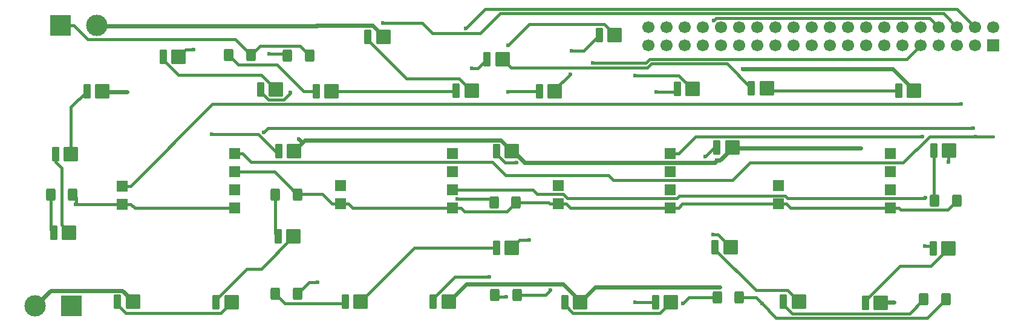
<source format=gbr>
%TF.GenerationSoftware,KiCad,Pcbnew,9.0.2*%
%TF.CreationDate,2025-07-16T22:26:27+02:00*%
%TF.ProjectId,flt-ctl-fo,666c742d-6374-46c2-9d66-6f2e6b696361,rev?*%
%TF.SameCoordinates,Original*%
%TF.FileFunction,Copper,L1,Top*%
%TF.FilePolarity,Positive*%
%FSLAX46Y46*%
G04 Gerber Fmt 4.6, Leading zero omitted, Abs format (unit mm)*
G04 Created by KiCad (PCBNEW 9.0.2) date 2025-07-16 22:26:27*
%MOMM*%
%LPD*%
G01*
G04 APERTURE LIST*
G04 Aperture macros list*
%AMRoundRect*
0 Rectangle with rounded corners*
0 $1 Rounding radius*
0 $2 $3 $4 $5 $6 $7 $8 $9 X,Y pos of 4 corners*
0 Add a 4 corners polygon primitive as box body*
4,1,4,$2,$3,$4,$5,$6,$7,$8,$9,$2,$3,0*
0 Add four circle primitives for the rounded corners*
1,1,$1+$1,$2,$3*
1,1,$1+$1,$4,$5*
1,1,$1+$1,$6,$7*
1,1,$1+$1,$8,$9*
0 Add four rect primitives between the rounded corners*
20,1,$1+$1,$2,$3,$4,$5,0*
20,1,$1+$1,$4,$5,$6,$7,0*
20,1,$1+$1,$6,$7,$8,$9,0*
20,1,$1+$1,$8,$9,$2,$3,0*%
G04 Aperture macros list end*
%TA.AperFunction,ComponentPad*%
%ADD10R,3.000000X3.000000*%
%TD*%
%TA.AperFunction,ComponentPad*%
%ADD11C,3.000000*%
%TD*%
%TA.AperFunction,SMDPad,CuDef*%
%ADD12RoundRect,0.165000X-0.385000X-0.885000X0.385000X-0.885000X0.385000X0.885000X-0.385000X0.885000X0*%
%TD*%
%TA.AperFunction,SMDPad,CuDef*%
%ADD13RoundRect,0.315000X-0.735000X-0.735000X0.735000X-0.735000X0.735000X0.735000X-0.735000X0.735000X0*%
%TD*%
%TA.AperFunction,SMDPad,CuDef*%
%ADD14RoundRect,0.250000X-0.400000X-0.625000X0.400000X-0.625000X0.400000X0.625000X-0.400000X0.625000X0*%
%TD*%
%TA.AperFunction,ComponentPad*%
%ADD15R,1.500000X1.500000*%
%TD*%
%TA.AperFunction,ComponentPad*%
%ADD16R,1.700000X1.700000*%
%TD*%
%TA.AperFunction,ComponentPad*%
%ADD17C,1.700000*%
%TD*%
%TA.AperFunction,ViaPad*%
%ADD18C,0.600000*%
%TD*%
%TA.AperFunction,Conductor*%
%ADD19C,0.400000*%
%TD*%
%TA.AperFunction,Conductor*%
%ADD20C,0.600000*%
%TD*%
G04 APERTURE END LIST*
D10*
%TO.P,J3,1,Pin_1*%
%TO.N,GND*%
X84540000Y-119600000D03*
D11*
%TO.P,J3,2,Pin_2*%
%TO.N,+12V*%
X79460000Y-119600000D03*
%TD*%
D12*
%TO.P,D2,1,K*%
%TO.N,Net-(D2-K)*%
X82335000Y-98300000D03*
D13*
%TO.P,D2,2,A*%
%TO.N,Net-(D1-K)*%
X84485000Y-98300000D03*
%TD*%
D12*
%TO.P,D19,1,K*%
%TO.N,Net-(D19-K)*%
X153610000Y-119050000D03*
D13*
%TO.P,D19,2,A*%
%TO.N,+12V*%
X155760000Y-119050000D03*
%TD*%
D14*
%TO.P,R8,1*%
%TO.N,Net-(D24-K)*%
X203825000Y-118650000D03*
%TO.P,R8,2*%
%TO.N,GND*%
X206925000Y-118650000D03*
%TD*%
D12*
%TO.P,D13,1,K*%
%TO.N,Net-(D13-K)*%
X144035000Y-97925000D03*
D13*
%TO.P,D13,2,A*%
%TO.N,+12V*%
X146185000Y-97925000D03*
%TD*%
D12*
%TO.P,D21,1,K*%
%TO.N,Net-(D21-K)*%
X169360000Y-89200000D03*
D13*
%TO.P,D21,2,A*%
%TO.N,Net-(D20-K)*%
X171510000Y-89200000D03*
%TD*%
D14*
%TO.P,R6,1*%
%TO.N,Net-(D18-K)*%
X143825000Y-118025000D03*
%TO.P,R6,2*%
%TO.N,GND*%
X146925000Y-118025000D03*
%TD*%
D12*
%TO.P,D22,1,K*%
%TO.N,Net-(D22-K)*%
X174910000Y-97350000D03*
D13*
%TO.P,D22,2,A*%
%TO.N,+12V*%
X177060000Y-97350000D03*
%TD*%
D12*
%TO.P,D30,1,K*%
%TO.N,Net-(D30-K)*%
X142735000Y-85050000D03*
D13*
%TO.P,D30,2,A*%
%TO.N,Net-(D29-K)*%
X144885000Y-85050000D03*
%TD*%
D12*
%TO.P,D8,1,K*%
%TO.N,Net-(D8-K)*%
X97385000Y-84675000D03*
D13*
%TO.P,D8,2,A*%
%TO.N,Net-(D7-K)*%
X99535000Y-84675000D03*
%TD*%
D12*
%TO.P,D16,1,K*%
%TO.N,Net-(D16-K)*%
X135185000Y-119000000D03*
D13*
%TO.P,D16,2,A*%
%TO.N,+12V*%
X137335000Y-119000000D03*
%TD*%
D12*
%TO.P,D7,1,K*%
%TO.N,Net-(D7-K)*%
X113585000Y-97875000D03*
D13*
%TO.P,D7,2,A*%
%TO.N,+12V*%
X115735000Y-97875000D03*
%TD*%
D14*
%TO.P,R2,1*%
%TO.N,Net-(D6-K)*%
X113075000Y-103975000D03*
%TO.P,R2,2*%
%TO.N,GND*%
X116175000Y-103975000D03*
%TD*%
D15*
%TO.P,KR1,1,+5V_TOP_LED*%
%TO.N,Net-(J2-Pin_1)*%
X107375000Y-98275000D03*
%TO.P,KR1,2,GND_TOP_LED*%
%TO.N,GND*%
X107375000Y-100815000D03*
%TO.P,KR1,3,+5V_BOTTOM_LED*%
%TO.N,Net-(J2-Pin_2)*%
X107375000Y-103355000D03*
%TO.P,KR1,4,GND_BOTTOM_LED*%
%TO.N,GND*%
X107375000Y-105895000D03*
%TO.P,KR1,5,SW_IN*%
%TO.N,Net-(J2-Pin_3)*%
X91675000Y-102775000D03*
%TO.P,KR1,6,SW_OUT*%
%TO.N,GND*%
X91675000Y-105315000D03*
%TD*%
D12*
%TO.P,D18,1,K*%
%TO.N,Net-(D18-K)*%
X150075000Y-89475000D03*
D13*
%TO.P,D18,2,A*%
%TO.N,Net-(D17-K)*%
X152225000Y-89475000D03*
%TD*%
D12*
%TO.P,D27,1,K*%
%TO.N,Net-(D27-K)*%
X205260000Y-97825000D03*
D13*
%TO.P,D27,2,A*%
%TO.N,Net-(D26-K)*%
X207410000Y-97825000D03*
%TD*%
D12*
%TO.P,D29,1,K*%
%TO.N,Net-(D29-K)*%
X179725000Y-89075000D03*
D13*
%TO.P,D29,2,A*%
%TO.N,Net-(D28-K)*%
X181875000Y-89075000D03*
%TD*%
D12*
%TO.P,D28,1,K*%
%TO.N,Net-(D28-K)*%
X200360000Y-89450000D03*
D13*
%TO.P,D28,2,A*%
%TO.N,+12V*%
X202510000Y-89450000D03*
%TD*%
D14*
%TO.P,R3,1*%
%TO.N,Net-(D9-K)*%
X114800000Y-84475000D03*
%TO.P,R3,2*%
%TO.N,GND*%
X117900000Y-84475000D03*
%TD*%
%TO.P,R4,1*%
%TO.N,Net-(D12-K)*%
X106575000Y-84400000D03*
%TO.P,R4,2*%
%TO.N,GND*%
X109675000Y-84400000D03*
%TD*%
D12*
%TO.P,D23,1,K*%
%TO.N,Net-(D23-K)*%
X174660000Y-111325000D03*
D13*
%TO.P,D23,2,A*%
%TO.N,Net-(D22-K)*%
X176810000Y-111325000D03*
%TD*%
D12*
%TO.P,D17,1,K*%
%TO.N,Net-(D17-K)*%
X158460000Y-81625000D03*
D13*
%TO.P,D17,2,A*%
%TO.N,Net-(D16-K)*%
X160610000Y-81625000D03*
%TD*%
D12*
%TO.P,D9,1,K*%
%TO.N,Net-(D9-K)*%
X111010000Y-89275000D03*
D13*
%TO.P,D9,2,A*%
%TO.N,Net-(D8-K)*%
X113160000Y-89275000D03*
%TD*%
D12*
%TO.P,D12,1,K*%
%TO.N,Net-(D12-K)*%
X118810000Y-89475000D03*
D13*
%TO.P,D12,2,A*%
%TO.N,Net-(D11-K)*%
X120960000Y-89475000D03*
%TD*%
D14*
%TO.P,R5,1*%
%TO.N,Net-(D15-K)*%
X113075000Y-117900000D03*
%TO.P,R5,2*%
%TO.N,GND*%
X116175000Y-117900000D03*
%TD*%
D15*
%TO.P,KR4,1,+5V_TOP_LED*%
%TO.N,Net-(J2-Pin_10)*%
X199200000Y-98250000D03*
%TO.P,KR4,2,GND_TOP_LED*%
%TO.N,GND*%
X199200000Y-100790000D03*
%TO.P,KR4,3,+5V_BOTTOM_LED*%
%TO.N,Net-(J2-Pin_11)*%
X199200000Y-103330000D03*
%TO.P,KR4,4,GND_BOTTOM_LED*%
%TO.N,GND*%
X199200000Y-105870000D03*
%TO.P,KR4,5,SW_IN*%
%TO.N,Net-(J2-Pin_12)*%
X183500000Y-102750000D03*
%TO.P,KR4,6,SW_OUT*%
%TO.N,GND*%
X183500000Y-105290000D03*
%TD*%
D12*
%TO.P,D10,1,K*%
%TO.N,Net-(D10-K)*%
X126035000Y-81925000D03*
D13*
%TO.P,D10,2,A*%
%TO.N,+12V*%
X128185000Y-81925000D03*
%TD*%
D15*
%TO.P,KR3,1,+5V_TOP_LED*%
%TO.N,Net-(J2-Pin_7)*%
X168375000Y-98225000D03*
%TO.P,KR3,2,GND_TOP_LED*%
%TO.N,GND*%
X168375000Y-100765000D03*
%TO.P,KR3,3,+5V_BOTTOM_LED*%
%TO.N,Net-(J2-Pin_8)*%
X168375000Y-103305000D03*
%TO.P,KR3,4,GND_BOTTOM_LED*%
%TO.N,GND*%
X168375000Y-105845000D03*
%TO.P,KR3,5,SW_IN*%
%TO.N,Net-(J2-Pin_9)*%
X152675000Y-102725000D03*
%TO.P,KR3,6,SW_OUT*%
%TO.N,GND*%
X152675000Y-105265000D03*
%TD*%
%TO.P,KR2,1,+5V_TOP_LED*%
%TO.N,Net-(J2-Pin_4)*%
X137900000Y-98225000D03*
%TO.P,KR2,2,GND_TOP_LED*%
%TO.N,GND*%
X137900000Y-100765000D03*
%TO.P,KR2,3,+5V_BOTTOM_LED*%
%TO.N,Net-(J2-Pin_5)*%
X137900000Y-103305000D03*
%TO.P,KR2,4,GND_BOTTOM_LED*%
%TO.N,GND*%
X137900000Y-105845000D03*
%TO.P,KR2,5,SW_IN*%
%TO.N,Net-(J2-Pin_6)*%
X122200000Y-102725000D03*
%TO.P,KR2,6,SW_OUT*%
%TO.N,GND*%
X122200000Y-105265000D03*
%TD*%
D12*
%TO.P,D26,1,K*%
%TO.N,Net-(D26-K)*%
X205160000Y-111550000D03*
D13*
%TO.P,D26,2,A*%
%TO.N,Net-(D25-K)*%
X207310000Y-111550000D03*
%TD*%
D12*
%TO.P,D3,1,K*%
%TO.N,Net-(D3-K)*%
X82085000Y-109325000D03*
D13*
%TO.P,D3,2,A*%
%TO.N,Net-(D2-K)*%
X84235000Y-109325000D03*
%TD*%
D12*
%TO.P,D24,1,K*%
%TO.N,Net-(D24-K)*%
X184225000Y-119000000D03*
D13*
%TO.P,D24,2,A*%
%TO.N,Net-(D23-K)*%
X186375000Y-119000000D03*
%TD*%
D14*
%TO.P,R1,1*%
%TO.N,Net-(D3-K)*%
X81625000Y-103975000D03*
%TO.P,R1,2*%
%TO.N,GND*%
X84725000Y-103975000D03*
%TD*%
D12*
%TO.P,D25,1,K*%
%TO.N,Net-(D25-K)*%
X195700000Y-119175000D03*
D13*
%TO.P,D25,2,A*%
%TO.N,+12V*%
X197850000Y-119175000D03*
%TD*%
D12*
%TO.P,D15,1,K*%
%TO.N,Net-(D15-K)*%
X122885000Y-119000000D03*
D13*
%TO.P,D15,2,A*%
%TO.N,Net-(D14-K)*%
X125035000Y-119000000D03*
%TD*%
D14*
%TO.P,R10,1*%
%TO.N,Net-(D30-K)*%
X143700000Y-105100000D03*
%TO.P,R10,2*%
%TO.N,GND*%
X146800000Y-105100000D03*
%TD*%
D12*
%TO.P,D14,1,K*%
%TO.N,Net-(D14-K)*%
X144035000Y-111450000D03*
D13*
%TO.P,D14,2,A*%
%TO.N,Net-(D13-K)*%
X146185000Y-111450000D03*
%TD*%
D12*
%TO.P,D5,1,K*%
%TO.N,Net-(D5-K)*%
X104785000Y-119100000D03*
D13*
%TO.P,D5,2,A*%
%TO.N,Net-(D4-K)*%
X106935000Y-119100000D03*
%TD*%
D12*
%TO.P,D1,1,K*%
%TO.N,Net-(D1-K)*%
X86710000Y-89475000D03*
D13*
%TO.P,D1,2,A*%
%TO.N,+12V*%
X88860000Y-89475000D03*
%TD*%
D12*
%TO.P,D11,1,K*%
%TO.N,Net-(D11-K)*%
X138400000Y-89450000D03*
D13*
%TO.P,D11,2,A*%
%TO.N,Net-(D10-K)*%
X140550000Y-89450000D03*
%TD*%
D12*
%TO.P,D6,1,K*%
%TO.N,Net-(D6-K)*%
X113485000Y-109850000D03*
D13*
%TO.P,D6,2,A*%
%TO.N,Net-(D5-K)*%
X115635000Y-109850000D03*
%TD*%
D14*
%TO.P,R7,1*%
%TO.N,Net-(D21-K)*%
X174925000Y-118400000D03*
%TO.P,R7,2*%
%TO.N,GND*%
X178025000Y-118400000D03*
%TD*%
D12*
%TO.P,D20,1,K*%
%TO.N,Net-(D20-K)*%
X166310000Y-119050000D03*
D13*
%TO.P,D20,2,A*%
%TO.N,Net-(D19-K)*%
X168460000Y-119050000D03*
%TD*%
D14*
%TO.P,R9,1*%
%TO.N,Net-(D27-K)*%
X205375000Y-104850000D03*
%TO.P,R9,2*%
%TO.N,GND*%
X208475000Y-104850000D03*
%TD*%
D12*
%TO.P,D4,1,K*%
%TO.N,Net-(D4-K)*%
X90985000Y-119000000D03*
D13*
%TO.P,D4,2,A*%
%TO.N,+12V*%
X93135000Y-119000000D03*
%TD*%
D10*
%TO.P,J1,1,Pin_1*%
%TO.N,GND*%
X83010000Y-80325000D03*
D11*
%TO.P,J1,2,Pin_2*%
%TO.N,+12V*%
X88090000Y-80325000D03*
%TD*%
D16*
%TO.P,J2,1,Pin_1*%
%TO.N,Net-(J2-Pin_1)*%
X213610000Y-83075000D03*
D17*
%TO.P,J2,2,Pin_2*%
%TO.N,Net-(J2-Pin_2)*%
X213610000Y-80535000D03*
%TO.P,J2,3,Pin_3*%
%TO.N,Net-(J2-Pin_3)*%
X211070000Y-83075000D03*
%TO.P,J2,4,Pin_4*%
%TO.N,Net-(J2-Pin_4)*%
X211070000Y-80535000D03*
%TO.P,J2,5,Pin_5*%
%TO.N,Net-(J2-Pin_5)*%
X208530000Y-83075000D03*
%TO.P,J2,6,Pin_6*%
%TO.N,Net-(J2-Pin_6)*%
X208530000Y-80535000D03*
%TO.P,J2,7,Pin_7*%
%TO.N,Net-(J2-Pin_7)*%
X205990000Y-83075000D03*
%TO.P,J2,8,Pin_8*%
%TO.N,Net-(J2-Pin_8)*%
X205990000Y-80535000D03*
%TO.P,J2,9,Pin_9*%
%TO.N,Net-(J2-Pin_9)*%
X203450000Y-83075000D03*
%TO.P,J2,10,Pin_10*%
%TO.N,Net-(J2-Pin_10)*%
X203450000Y-80535000D03*
%TO.P,J2,11,Pin_11*%
%TO.N,Net-(J2-Pin_11)*%
X200910000Y-83075000D03*
%TO.P,J2,12,Pin_12*%
%TO.N,Net-(J2-Pin_12)*%
X200910000Y-80535000D03*
%TO.P,J2,13,Pin_13*%
%TO.N,unconnected-(J2-Pin_13-Pad13)*%
X198370000Y-83075000D03*
%TO.P,J2,14,Pin_14*%
%TO.N,unconnected-(J2-Pin_14-Pad14)*%
X198370000Y-80535000D03*
%TO.P,J2,15,Pin_15*%
%TO.N,unconnected-(J2-Pin_15-Pad15)*%
X195830000Y-83075000D03*
%TO.P,J2,16,Pin_16*%
%TO.N,unconnected-(J2-Pin_16-Pad16)*%
X195830000Y-80535000D03*
%TO.P,J2,17,Pin_17*%
%TO.N,unconnected-(J2-Pin_17-Pad17)*%
X193290000Y-83075000D03*
%TO.P,J2,18,Pin_18*%
%TO.N,unconnected-(J2-Pin_18-Pad18)*%
X193290000Y-80535000D03*
%TO.P,J2,19,Pin_19*%
%TO.N,unconnected-(J2-Pin_19-Pad19)*%
X190750000Y-83075000D03*
%TO.P,J2,20,Pin_20*%
%TO.N,unconnected-(J2-Pin_20-Pad20)*%
X190750000Y-80535000D03*
%TO.P,J2,21,Pin_21*%
%TO.N,unconnected-(J2-Pin_21-Pad21)*%
X188210000Y-83075000D03*
%TO.P,J2,22,Pin_22*%
%TO.N,unconnected-(J2-Pin_22-Pad22)*%
X188210000Y-80535000D03*
%TO.P,J2,23,Pin_23*%
%TO.N,unconnected-(J2-Pin_23-Pad23)*%
X185670000Y-83075000D03*
%TO.P,J2,24,Pin_24*%
%TO.N,unconnected-(J2-Pin_24-Pad24)*%
X185670000Y-80535000D03*
%TO.P,J2,25,Pin_25*%
%TO.N,unconnected-(J2-Pin_25-Pad25)*%
X183130000Y-83075000D03*
%TO.P,J2,26,Pin_26*%
%TO.N,unconnected-(J2-Pin_26-Pad26)*%
X183130000Y-80535000D03*
%TO.P,J2,27,Pin_27*%
%TO.N,unconnected-(J2-Pin_27-Pad27)*%
X180590000Y-83075000D03*
%TO.P,J2,28,Pin_28*%
%TO.N,unconnected-(J2-Pin_28-Pad28)*%
X180590000Y-80535000D03*
%TO.P,J2,29,Pin_29*%
%TO.N,unconnected-(J2-Pin_29-Pad29)*%
X178050000Y-83075000D03*
%TO.P,J2,30,Pin_30*%
%TO.N,unconnected-(J2-Pin_30-Pad30)*%
X178050000Y-80535000D03*
%TO.P,J2,31,Pin_31*%
%TO.N,unconnected-(J2-Pin_31-Pad31)*%
X175510000Y-83075000D03*
%TO.P,J2,32,Pin_32*%
%TO.N,unconnected-(J2-Pin_32-Pad32)*%
X175510000Y-80535000D03*
%TO.P,J2,33,Pin_33*%
%TO.N,unconnected-(J2-Pin_33-Pad33)*%
X172970000Y-83075000D03*
%TO.P,J2,34,Pin_34*%
%TO.N,unconnected-(J2-Pin_34-Pad34)*%
X172970000Y-80535000D03*
%TO.P,J2,35,Pin_35*%
%TO.N,unconnected-(J2-Pin_35-Pad35)*%
X170430000Y-83075000D03*
%TO.P,J2,36,Pin_36*%
%TO.N,unconnected-(J2-Pin_36-Pad36)*%
X170430000Y-80535000D03*
%TO.P,J2,37,Pin_37*%
%TO.N,unconnected-(J2-Pin_37-Pad37)*%
X167890000Y-83075000D03*
%TO.P,J2,38,Pin_38*%
%TO.N,unconnected-(J2-Pin_38-Pad38)*%
X167890000Y-80535000D03*
%TO.P,J2,39,Pin_39*%
%TO.N,unconnected-(J2-Pin_39-Pad39)*%
X165350000Y-83075000D03*
%TO.P,J2,40,Pin_40*%
%TO.N,unconnected-(J2-Pin_40-Pad40)*%
X165350000Y-80535000D03*
%TD*%
D18*
%TO.N,Net-(D30-K)*%
X138547200Y-104575000D03*
X140565100Y-86313200D03*
%TO.N,Net-(D26-K)*%
X207333900Y-99419300D03*
X204022300Y-111213800D03*
%TO.N,Net-(J2-Pin_1)*%
X211154800Y-95826800D03*
%TO.N,Net-(J2-Pin_4)*%
X139724300Y-80674000D03*
%TO.N,Net-(J2-Pin_7)*%
X203649000Y-95840500D03*
%TO.N,Net-(J2-Pin_2)*%
X111472200Y-95252700D03*
X210746200Y-94636000D03*
%TO.N,Net-(J2-Pin_6)*%
X128179900Y-79926800D03*
%TO.N,Net-(J2-Pin_3)*%
X209089100Y-91331600D03*
%TO.N,Net-(J2-Pin_8)*%
X174426800Y-79625200D03*
%TO.N,Net-(J2-Pin_5)*%
X204079600Y-104413200D03*
%TO.N,Net-(J2-Pin_9)*%
X157504100Y-85544300D03*
%TO.N,GND*%
X118981200Y-116282000D03*
X181210500Y-119249200D03*
X151577500Y-117352300D03*
X85139600Y-105373900D03*
%TO.N,Net-(D22-K)*%
X174393100Y-109569200D03*
X173259200Y-98633700D03*
%TO.N,Net-(D21-K)*%
X170175100Y-119249200D03*
X166394000Y-89577200D03*
%TO.N,Net-(D20-K)*%
X163430700Y-87269800D03*
X163430700Y-119066900D03*
%TO.N,Net-(D18-K)*%
X145650900Y-89577200D03*
X145375000Y-118259700D03*
%TO.N,Net-(D17-K)*%
X154540800Y-83872500D03*
X154372000Y-87101000D03*
%TO.N,Net-(D16-K)*%
X145650900Y-83079000D03*
X143079200Y-115524500D03*
%TO.N,Net-(D13-K)*%
X146893400Y-99509400D03*
X148666000Y-110347600D03*
%TO.N,Net-(D9-K)*%
X115200900Y-89661200D03*
X112213800Y-84242600D03*
%TO.N,Net-(D7-K)*%
X104164700Y-95511600D03*
X101634600Y-83642800D03*
%TO.N,+12V*%
X92311500Y-89577200D03*
X175283900Y-116983400D03*
X174905500Y-99181500D03*
X116333700Y-96223700D03*
X118981200Y-80325000D03*
X178521100Y-86359500D03*
X194993200Y-97445000D03*
X199686600Y-119098400D03*
%TD*%
D19*
%TO.N,Net-(D30-K)*%
X138547200Y-104575100D02*
X138547200Y-104575000D01*
X143175100Y-104575100D02*
X138547200Y-104575100D01*
X143700000Y-105100000D02*
X143175100Y-104575100D01*
X141471800Y-86313200D02*
X142735000Y-85050000D01*
X140565100Y-86313200D02*
X141471800Y-86313200D01*
%TO.N,Net-(D29-K)*%
X165744700Y-85644300D02*
X165392100Y-85996900D01*
X176294300Y-85644300D02*
X165744700Y-85644300D01*
X179725000Y-89075000D02*
X176294300Y-85644300D01*
X165392100Y-85996900D02*
X165144500Y-86244500D01*
X165392100Y-85996900D02*
X165144500Y-86244500D01*
X146081000Y-86246000D02*
X144885000Y-85050000D01*
X165143000Y-86246000D02*
X146081000Y-86246000D01*
X165144500Y-86244500D02*
X165143000Y-86246000D01*
%TO.N,Net-(D28-K)*%
X182250000Y-89450000D02*
X181875000Y-89075000D01*
X200360000Y-89450000D02*
X182250000Y-89450000D01*
%TO.N,Net-(D27-K)*%
X205260000Y-104735000D02*
X205375000Y-104850000D01*
X205260000Y-97825000D02*
X205260000Y-104735000D01*
%TO.N,Net-(D26-K)*%
X207333900Y-97901100D02*
X207333900Y-99419300D01*
X207410000Y-97825000D02*
X207333900Y-97901100D01*
X204823800Y-111213800D02*
X205160000Y-111550000D01*
X204022300Y-111213800D02*
X204823800Y-111213800D01*
%TO.N,Net-(D25-K)*%
X204878600Y-113981400D02*
X207310000Y-111550000D01*
X200502900Y-113981400D02*
X204878600Y-113981400D01*
X195700000Y-118784300D02*
X200502900Y-113981400D01*
X195700000Y-119175000D02*
X195700000Y-118784300D01*
%TO.N,Net-(J2-Pin_1)*%
X211154800Y-95826800D02*
X213610000Y-95826800D01*
X213610000Y-95826800D02*
X211154800Y-95826800D01*
X107375000Y-98275000D02*
X108526700Y-98275000D01*
X204655000Y-95826800D02*
X211154800Y-95826800D01*
X200961800Y-99520000D02*
X204655000Y-95826800D01*
X179546800Y-99520000D02*
X200961800Y-99520000D01*
X177074800Y-101992000D02*
X179546800Y-99520000D01*
X160380100Y-101992000D02*
X177074800Y-101992000D01*
X159702900Y-101314800D02*
X160380100Y-101992000D01*
X145369000Y-101314800D02*
X159702900Y-101314800D01*
X143480900Y-99426700D02*
X145369000Y-101314800D01*
X109678400Y-99426700D02*
X143480900Y-99426700D01*
X108526700Y-98275000D02*
X109678400Y-99426700D01*
%TO.N,Net-(J2-Pin_4)*%
X208523300Y-77988300D02*
X211070000Y-80535000D01*
X142410000Y-77988300D02*
X208523300Y-77988300D01*
X139724300Y-80674000D02*
X142410000Y-77988300D01*
%TO.N,Net-(J2-Pin_7)*%
X171911200Y-95840500D02*
X203649000Y-95840500D01*
X169526700Y-98225000D02*
X171911200Y-95840500D01*
X168375000Y-98225000D02*
X169526700Y-98225000D01*
%TO.N,Net-(J2-Pin_2)*%
X210746200Y-94636100D02*
X210746200Y-94636000D01*
X112088800Y-94636100D02*
X210746200Y-94636100D01*
X111472200Y-95252700D02*
X112088800Y-94636100D01*
X210746200Y-94636000D02*
X210746200Y-94636100D01*
X210746200Y-94636100D02*
X210746200Y-94636000D01*
X111472200Y-95252700D02*
X112088800Y-94636100D01*
X112088800Y-94636100D02*
X111472200Y-95252700D01*
%TO.N,Net-(J2-Pin_6)*%
X206586500Y-78591500D02*
X208530000Y-80535000D01*
X144568500Y-78591500D02*
X206586500Y-78591500D01*
X141784200Y-81375800D02*
X144568500Y-78591500D01*
X135107200Y-81375800D02*
X141784200Y-81375800D01*
X133658200Y-79926800D02*
X135107200Y-81375800D01*
X128179900Y-79926800D02*
X133658200Y-79926800D01*
%TO.N,Net-(J2-Pin_3)*%
X91675000Y-102775000D02*
X92826700Y-102775000D01*
X104270100Y-91331600D02*
X92826700Y-102775000D01*
X209089100Y-91331600D02*
X104270100Y-91331600D01*
%TO.N,Net-(J2-Pin_8)*%
X204693800Y-79238800D02*
X205990000Y-80535000D01*
X174813200Y-79238800D02*
X204693800Y-79238800D01*
X174426800Y-79625200D02*
X174813200Y-79238800D01*
%TO.N,Net-(J2-Pin_5)*%
X149135000Y-103305000D02*
X137900000Y-103305000D01*
X149748200Y-103918200D02*
X149135000Y-103305000D01*
X153396300Y-103918200D02*
X149748200Y-103918200D01*
X153934800Y-104456700D02*
X153396300Y-103918200D01*
X169291400Y-104456700D02*
X153934800Y-104456700D01*
X169609800Y-104138300D02*
X169291400Y-104456700D01*
X184416400Y-104138300D02*
X169609800Y-104138300D01*
X184759800Y-104481700D02*
X184416400Y-104138300D01*
X204011100Y-104481700D02*
X184759800Y-104481700D01*
X204079600Y-104413200D02*
X204011100Y-104481700D01*
%TO.N,Net-(J2-Pin_9)*%
X165495600Y-85042600D02*
X165143000Y-85395200D01*
X201482400Y-85042600D02*
X165495600Y-85042600D01*
X203450000Y-83075000D02*
X201482400Y-85042600D01*
X164993900Y-85544300D02*
X157504100Y-85544300D01*
X165143000Y-85395200D02*
X164993900Y-85544300D01*
X165143000Y-85395200D02*
X164993900Y-85544300D01*
%TO.N,GND*%
X117793000Y-116282000D02*
X118981200Y-116282000D01*
X116175000Y-117900000D02*
X117793000Y-116282000D01*
X180361300Y-118400000D02*
X181210500Y-119249200D01*
X178025000Y-118400000D02*
X180361300Y-118400000D01*
X151358300Y-105100000D02*
X151523300Y-105265000D01*
X146800000Y-105100000D02*
X151358300Y-105100000D01*
X152675000Y-105265000D02*
X151523300Y-105265000D01*
X185231700Y-105870000D02*
X184651700Y-105290000D01*
X199200000Y-105870000D02*
X185231700Y-105870000D01*
X200619300Y-106137600D02*
X200351700Y-105870000D01*
X207187400Y-106137600D02*
X200619300Y-106137600D01*
X208475000Y-104850000D02*
X207187400Y-106137600D01*
X199200000Y-105870000D02*
X200351700Y-105870000D01*
X123931700Y-105845000D02*
X123351700Y-105265000D01*
X137900000Y-105845000D02*
X123931700Y-105845000D01*
X122200000Y-105265000D02*
X123351700Y-105265000D01*
X116583800Y-83158800D02*
X117900000Y-84475000D01*
X110916200Y-83158800D02*
X116583800Y-83158800D01*
X109675000Y-84400000D02*
X110916200Y-83158800D01*
X83010000Y-80325000D02*
X84911700Y-80325000D01*
X86813400Y-82226700D02*
X84911700Y-80325000D01*
X107501700Y-82226700D02*
X86813400Y-82226700D01*
X109675000Y-84400000D02*
X107501700Y-82226700D01*
X183202000Y-121240700D02*
X181210500Y-119249200D01*
X204334300Y-121240700D02*
X183202000Y-121240700D01*
X206925000Y-118650000D02*
X204334300Y-121240700D01*
X93406700Y-105895000D02*
X92826700Y-105315000D01*
X107375000Y-105895000D02*
X93406700Y-105895000D01*
X91675000Y-105315000D02*
X92826700Y-105315000D01*
X113015000Y-100815000D02*
X115000500Y-102800500D01*
X107375000Y-100815000D02*
X113015000Y-100815000D01*
X115000500Y-102800500D02*
X116175000Y-103975000D01*
X119658500Y-103875200D02*
X121048300Y-105265000D01*
X116075200Y-103875200D02*
X119658500Y-103875200D01*
X115000500Y-102800500D02*
X116075200Y-103875200D01*
X122200000Y-105265000D02*
X121048300Y-105265000D01*
X184075900Y-105290000D02*
X184651700Y-105290000D01*
X184075900Y-105290000D02*
X183500000Y-105290000D01*
X170081700Y-105290000D02*
X169526700Y-105845000D01*
X183500000Y-105290000D02*
X170081700Y-105290000D01*
X168950900Y-105845000D02*
X169526700Y-105845000D01*
X168950900Y-105845000D02*
X168375000Y-105845000D01*
X154406700Y-105845000D02*
X153826700Y-105265000D01*
X168375000Y-105845000D02*
X154406700Y-105845000D01*
X152675000Y-105265000D02*
X153826700Y-105265000D01*
X145518400Y-106381600D02*
X146800000Y-105100000D01*
X139588300Y-106381600D02*
X145518400Y-106381600D01*
X139051700Y-105845000D02*
X139588300Y-106381600D01*
X137900000Y-105845000D02*
X139051700Y-105845000D01*
X150904800Y-118025000D02*
X151577500Y-117352300D01*
X146925000Y-118025000D02*
X150904800Y-118025000D01*
X85198500Y-104448500D02*
X84725000Y-103975000D01*
X85198500Y-105315000D02*
X85198500Y-104448500D01*
X91675000Y-105315000D02*
X85198500Y-105315000D01*
X85198500Y-105315000D02*
X85139600Y-105373900D01*
%TO.N,Net-(D24-K)*%
X184225000Y-119398300D02*
X184225000Y-119000000D01*
X185458000Y-120631300D02*
X184225000Y-119398300D01*
X201843700Y-120631300D02*
X185458000Y-120631300D01*
X203825000Y-118650000D02*
X201843700Y-120631300D01*
%TO.N,Net-(D23-K)*%
X184758300Y-117383300D02*
X186375000Y-119000000D01*
X180355400Y-117383300D02*
X184758300Y-117383300D01*
X174660000Y-111687900D02*
X180355400Y-117383300D01*
X174660000Y-111325000D02*
X174660000Y-111687900D01*
%TO.N,Net-(D22-K)*%
X175054200Y-109569200D02*
X174393100Y-109569200D01*
X176810000Y-111325000D02*
X175054200Y-109569200D01*
X174542900Y-97350000D02*
X173259200Y-98633700D01*
X174910000Y-97350000D02*
X174542900Y-97350000D01*
%TO.N,Net-(D21-K)*%
X171024300Y-118400000D02*
X170175100Y-119249200D01*
X174925000Y-118400000D02*
X171024300Y-118400000D01*
X168982800Y-89577200D02*
X169360000Y-89200000D01*
X166394000Y-89577200D02*
X168982800Y-89577200D01*
%TO.N,Net-(D20-K)*%
X169579800Y-87269800D02*
X163430700Y-87269800D01*
X171510000Y-89200000D02*
X169579800Y-87269800D01*
X166293100Y-119066900D02*
X166310000Y-119050000D01*
X163430700Y-119066900D02*
X166293100Y-119066900D01*
%TO.N,Net-(D19-K)*%
X166941700Y-120568300D02*
X168460000Y-119050000D01*
X154766700Y-120568300D02*
X166941700Y-120568300D01*
X153610000Y-119411600D02*
X154766700Y-120568300D01*
X153610000Y-119050000D02*
X153610000Y-119411600D01*
%TO.N,Net-(D18-K)*%
X145753100Y-89475000D02*
X145650900Y-89577200D01*
X150075000Y-89475000D02*
X145753100Y-89475000D01*
X144059700Y-118259700D02*
X143825000Y-118025000D01*
X145375000Y-118259700D02*
X144059700Y-118259700D01*
%TO.N,Net-(D17-K)*%
X156212500Y-83872500D02*
X154540800Y-83872500D01*
X158460000Y-81625000D02*
X156212500Y-83872500D01*
X152225000Y-89248000D02*
X152225000Y-89475000D01*
X154372000Y-87101000D02*
X152225000Y-89248000D01*
%TO.N,Net-(D16-K)*%
X148616300Y-80113600D02*
X145650900Y-83079000D01*
X159098600Y-80113600D02*
X148616300Y-80113600D01*
X160610000Y-81625000D02*
X159098600Y-80113600D01*
X138231400Y-115524500D02*
X143079200Y-115524500D01*
X135185000Y-118570900D02*
X138231400Y-115524500D01*
X135185000Y-119000000D02*
X135185000Y-118570900D01*
X145650900Y-83079000D02*
X148616300Y-80113600D01*
X148616300Y-80113600D02*
X145650900Y-83079000D01*
%TO.N,Net-(D15-K)*%
X122675900Y-119209100D02*
X122885000Y-119000000D01*
X114384100Y-119209100D02*
X122675900Y-119209100D01*
X113075000Y-117900000D02*
X114384100Y-119209100D01*
%TO.N,Net-(D14-K)*%
X132585000Y-111450000D02*
X125035000Y-119000000D01*
X144035000Y-111450000D02*
X132585000Y-111450000D01*
%TO.N,Net-(D13-K)*%
X145241900Y-99509400D02*
X146893400Y-99509400D01*
X144035000Y-98302500D02*
X145241900Y-99509400D01*
X144035000Y-97925000D02*
X144035000Y-98302500D01*
X147287400Y-110347600D02*
X146185000Y-111450000D01*
X148666000Y-110347600D02*
X147287400Y-110347600D01*
%TO.N,Net-(D12-K)*%
X117025700Y-89475000D02*
X118810000Y-89475000D01*
X113301900Y-85751200D02*
X117025700Y-89475000D01*
X107926200Y-85751200D02*
X113301900Y-85751200D01*
X106575000Y-84400000D02*
X107926200Y-85751200D01*
%TO.N,Net-(D11-K)*%
X138375000Y-89475000D02*
X138400000Y-89450000D01*
X120960000Y-89475000D02*
X138375000Y-89475000D01*
%TO.N,Net-(D10-K)*%
X138800000Y-87700000D02*
X140550000Y-89450000D01*
X131406400Y-87700000D02*
X138800000Y-87700000D01*
X126035000Y-82328600D02*
X131406400Y-87700000D01*
X126035000Y-81925000D02*
X126035000Y-82328600D01*
%TO.N,Net-(D9-K)*%
X115200900Y-89780100D02*
X115200900Y-89661200D01*
X114253100Y-90727900D02*
X115200900Y-89780100D01*
X112123500Y-90727900D02*
X114253100Y-90727900D01*
X111010000Y-89614400D02*
X112123500Y-90727900D01*
X111010000Y-89275000D02*
X111010000Y-89614400D01*
X114567600Y-84242600D02*
X114800000Y-84475000D01*
X112213800Y-84242600D02*
X114567600Y-84242600D01*
%TO.N,Net-(D8-K)*%
X97385000Y-85069100D02*
X97385000Y-84675000D01*
X99512600Y-87196700D02*
X97385000Y-85069100D01*
X111081700Y-87196700D02*
X99512600Y-87196700D01*
X113160000Y-89275000D02*
X111081700Y-87196700D01*
%TO.N,Net-(D7-K)*%
X100567200Y-83642800D02*
X99535000Y-84675000D01*
X101634600Y-83642800D02*
X100567200Y-83642800D01*
X113102300Y-97875000D02*
X113585000Y-97875000D01*
X110738900Y-95511600D02*
X113102300Y-97875000D01*
X104164700Y-95511600D02*
X110738900Y-95511600D01*
%TO.N,Net-(D6-K)*%
X113075000Y-109440000D02*
X113075000Y-103975000D01*
X113485000Y-109850000D02*
X113075000Y-109440000D01*
%TO.N,Net-(D5-K)*%
X111102400Y-114382600D02*
X115635000Y-109850000D01*
X109103800Y-114382600D02*
X111102400Y-114382600D01*
X104785000Y-118701400D02*
X109103800Y-114382600D01*
X104785000Y-119100000D02*
X104785000Y-118701400D01*
%TO.N,Net-(D4-K)*%
X105441700Y-120593300D02*
X106935000Y-119100000D01*
X92172800Y-120593300D02*
X105441700Y-120593300D01*
X90985000Y-119405500D02*
X92172800Y-120593300D01*
X90985000Y-119000000D02*
X90985000Y-119405500D01*
%TO.N,Net-(D3-K)*%
X81625000Y-108865000D02*
X81625000Y-103975000D01*
X82085000Y-109325000D02*
X81625000Y-108865000D01*
%TO.N,Net-(D2-K)*%
X83175000Y-108265000D02*
X84235000Y-109325000D01*
X83175000Y-100250200D02*
X83175000Y-108265000D01*
X82335000Y-99410200D02*
X83175000Y-100250200D01*
X82335000Y-98300000D02*
X82335000Y-99410200D01*
%TO.N,Net-(D1-K)*%
X84485000Y-91700000D02*
X86710000Y-89475000D01*
X84485000Y-98300000D02*
X84485000Y-91700000D01*
D20*
%TO.N,+12V*%
X88962200Y-89577200D02*
X88860000Y-89475000D01*
X92311500Y-89577200D02*
X88962200Y-89577200D01*
X155810800Y-118999200D02*
X155760000Y-119050000D01*
X157826600Y-116983400D02*
X155810800Y-118999200D01*
X175283900Y-116983400D02*
X157826600Y-116983400D01*
X146442800Y-97925000D02*
X146185000Y-97925000D01*
X147994500Y-99476700D02*
X146442800Y-97925000D01*
X174610300Y-99476700D02*
X147994500Y-99476700D01*
X174905500Y-99181500D02*
X174610300Y-99476700D01*
X118896000Y-80410200D02*
X118981200Y-80325000D01*
X88175200Y-80410200D02*
X118896000Y-80410200D01*
X88090000Y-80325000D02*
X88175200Y-80410200D01*
X128185000Y-81839500D02*
X128185000Y-81925000D01*
X126670500Y-80325000D02*
X128185000Y-81839500D01*
X118981200Y-80325000D02*
X126670500Y-80325000D01*
X116860000Y-96750000D02*
X116333700Y-96223700D01*
X117248500Y-96361500D02*
X116860000Y-96750000D01*
X144692400Y-96361500D02*
X117248500Y-96361500D01*
X146185000Y-97854100D02*
X144692400Y-96361500D01*
X146185000Y-97925000D02*
X146185000Y-97854100D01*
X116860000Y-96750000D02*
X115735000Y-97875000D01*
X199510900Y-86359500D02*
X178521100Y-86359500D01*
X202510000Y-89358600D02*
X199510900Y-86359500D01*
X202510000Y-89450000D02*
X202510000Y-89358600D01*
X81636500Y-117423500D02*
X79460000Y-119600000D01*
X91676300Y-117423500D02*
X81636500Y-117423500D01*
X93135000Y-118882200D02*
X91676300Y-117423500D01*
X93135000Y-119000000D02*
X93135000Y-118882200D01*
X197926600Y-119098400D02*
X197850000Y-119175000D01*
X199686600Y-119098400D02*
X197926600Y-119098400D01*
X177060000Y-97445000D02*
X194993200Y-97445000D01*
X177060000Y-97350000D02*
X177060000Y-97445000D01*
X175323500Y-99181500D02*
X174905500Y-99181500D01*
X177060000Y-97445000D02*
X175323500Y-99181500D01*
X139784400Y-116550600D02*
X137335000Y-119000000D01*
X153362200Y-116550600D02*
X139784400Y-116550600D01*
X155810800Y-118999200D02*
X153362200Y-116550600D01*
%TD*%
M02*

</source>
